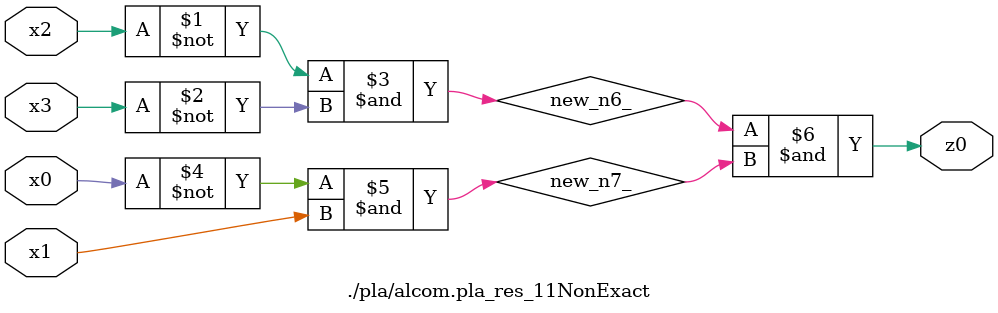
<source format=v>

module \./pla/alcom.pla_res_11NonExact  ( 
    x0, x1, x2, x3,
    z0  );
  input  x0, x1, x2, x3;
  output z0;
  wire new_n6_, new_n7_;
  assign new_n6_ = ~x2 & ~x3;
  assign new_n7_ = ~x0 & x1;
  assign z0 = new_n6_ & new_n7_;
endmodule



</source>
